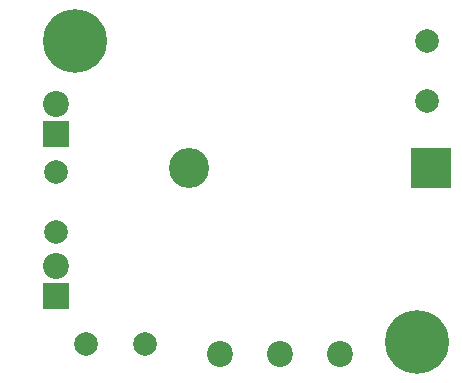
<source format=gbr>
%FSLAX34Y34*%
%MOMM*%
%LNSOLDERMASK_TOP*%
G71*
G01*
%ADD10C,3.400*%
%ADD11C,2.000*%
%ADD12C,2.200*%
%ADD13C,5.400*%
%LPD*%
G36*
X339550Y-155750D02*
X373550Y-155750D01*
X373550Y-189750D01*
X339550Y-189750D01*
X339550Y-155750D01*
G37*
X151550Y-172750D02*
G54D10*
D03*
X353375Y-64925D02*
G54D11*
D03*
X353375Y-115725D02*
G54D11*
D03*
X64283Y-321980D02*
G54D11*
D03*
X114283Y-321981D02*
G54D11*
D03*
X39050Y-226850D02*
G54D11*
D03*
X39050Y-176050D02*
G54D11*
D03*
G36*
X28050Y-133300D02*
X50050Y-133300D01*
X50050Y-155300D01*
X28050Y-155300D01*
X28050Y-133300D01*
G37*
X39050Y-118900D02*
G54D12*
D03*
X54925Y-64925D02*
G54D13*
D03*
X345000Y-320000D02*
G54D13*
D03*
G36*
X28050Y-269825D02*
X50050Y-269825D01*
X50050Y-291825D01*
X28050Y-291825D01*
X28050Y-269825D01*
G37*
X39050Y-255425D02*
G54D12*
D03*
X279400Y-330200D02*
G54D12*
D03*
X228600Y-330200D02*
G54D12*
D03*
X177800Y-330200D02*
G54D12*
D03*
M02*

</source>
